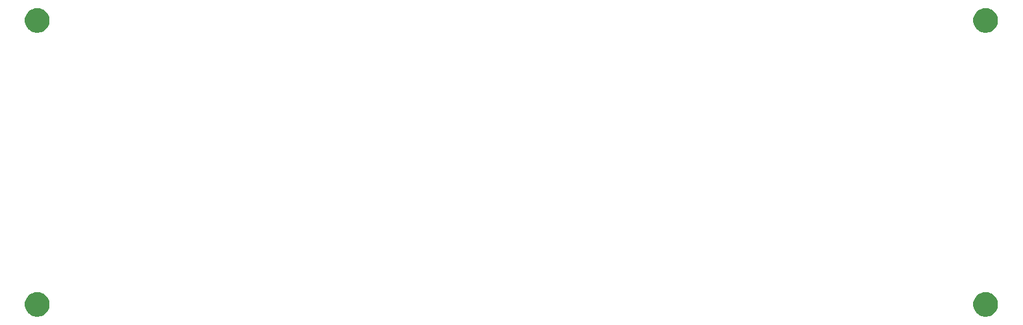
<source format=gbs>
G04 #@! TF.GenerationSoftware,KiCad,Pcbnew,(5.1.2-1)-1*
G04 #@! TF.CreationDate,2023-07-30T19:34:21+02:00*
G04 #@! TF.ProjectId,overlay5x8,6f766572-6c61-4793-9578-382e6b696361,rev?*
G04 #@! TF.SameCoordinates,Original*
G04 #@! TF.FileFunction,Soldermask,Bot*
G04 #@! TF.FilePolarity,Negative*
%FSLAX46Y46*%
G04 Gerber Fmt 4.6, Leading zero omitted, Abs format (unit mm)*
G04 Created by KiCad (PCBNEW (5.1.2-1)-1) date 2023-07-30 19:34:21*
%MOMM*%
%LPD*%
G04 APERTURE LIST*
%ADD10C,0.150000*%
G04 APERTURE END LIST*
D10*
G36*
X169285256Y-124121298D02*
G01*
X169391579Y-124142447D01*
X169692042Y-124266903D01*
X169962451Y-124447585D01*
X170192415Y-124677549D01*
X170373097Y-124947958D01*
X170497553Y-125248421D01*
X170561000Y-125567391D01*
X170561000Y-125892609D01*
X170497553Y-126211579D01*
X170373097Y-126512042D01*
X170192415Y-126782451D01*
X169962451Y-127012415D01*
X169692042Y-127193097D01*
X169391579Y-127317553D01*
X169285256Y-127338702D01*
X169072611Y-127381000D01*
X168747389Y-127381000D01*
X168534744Y-127338702D01*
X168428421Y-127317553D01*
X168127958Y-127193097D01*
X167857549Y-127012415D01*
X167627585Y-126782451D01*
X167446903Y-126512042D01*
X167322447Y-126211579D01*
X167259000Y-125892609D01*
X167259000Y-125567391D01*
X167322447Y-125248421D01*
X167446903Y-124947958D01*
X167627585Y-124677549D01*
X167857549Y-124447585D01*
X168127958Y-124266903D01*
X168428421Y-124142447D01*
X168534744Y-124121298D01*
X168747389Y-124079000D01*
X169072611Y-124079000D01*
X169285256Y-124121298D01*
X169285256Y-124121298D01*
G37*
G36*
X42285256Y-124121298D02*
G01*
X42391579Y-124142447D01*
X42692042Y-124266903D01*
X42962451Y-124447585D01*
X43192415Y-124677549D01*
X43373097Y-124947958D01*
X43497553Y-125248421D01*
X43561000Y-125567391D01*
X43561000Y-125892609D01*
X43497553Y-126211579D01*
X43373097Y-126512042D01*
X43192415Y-126782451D01*
X42962451Y-127012415D01*
X42692042Y-127193097D01*
X42391579Y-127317553D01*
X42285256Y-127338702D01*
X42072611Y-127381000D01*
X41747389Y-127381000D01*
X41534744Y-127338702D01*
X41428421Y-127317553D01*
X41127958Y-127193097D01*
X40857549Y-127012415D01*
X40627585Y-126782451D01*
X40446903Y-126512042D01*
X40322447Y-126211579D01*
X40259000Y-125892609D01*
X40259000Y-125567391D01*
X40322447Y-125248421D01*
X40446903Y-124947958D01*
X40627585Y-124677549D01*
X40857549Y-124447585D01*
X41127958Y-124266903D01*
X41428421Y-124142447D01*
X41534744Y-124121298D01*
X41747389Y-124079000D01*
X42072611Y-124079000D01*
X42285256Y-124121298D01*
X42285256Y-124121298D01*
G37*
G36*
X169285256Y-86021298D02*
G01*
X169391579Y-86042447D01*
X169692042Y-86166903D01*
X169962451Y-86347585D01*
X170192415Y-86577549D01*
X170373097Y-86847958D01*
X170497553Y-87148421D01*
X170561000Y-87467391D01*
X170561000Y-87792609D01*
X170497553Y-88111579D01*
X170373097Y-88412042D01*
X170192415Y-88682451D01*
X169962451Y-88912415D01*
X169692042Y-89093097D01*
X169391579Y-89217553D01*
X169285256Y-89238702D01*
X169072611Y-89281000D01*
X168747389Y-89281000D01*
X168534744Y-89238702D01*
X168428421Y-89217553D01*
X168127958Y-89093097D01*
X167857549Y-88912415D01*
X167627585Y-88682451D01*
X167446903Y-88412042D01*
X167322447Y-88111579D01*
X167259000Y-87792609D01*
X167259000Y-87467391D01*
X167322447Y-87148421D01*
X167446903Y-86847958D01*
X167627585Y-86577549D01*
X167857549Y-86347585D01*
X168127958Y-86166903D01*
X168428421Y-86042447D01*
X168534744Y-86021298D01*
X168747389Y-85979000D01*
X169072611Y-85979000D01*
X169285256Y-86021298D01*
X169285256Y-86021298D01*
G37*
G36*
X42285256Y-86021298D02*
G01*
X42391579Y-86042447D01*
X42692042Y-86166903D01*
X42962451Y-86347585D01*
X43192415Y-86577549D01*
X43373097Y-86847958D01*
X43497553Y-87148421D01*
X43561000Y-87467391D01*
X43561000Y-87792609D01*
X43497553Y-88111579D01*
X43373097Y-88412042D01*
X43192415Y-88682451D01*
X42962451Y-88912415D01*
X42692042Y-89093097D01*
X42391579Y-89217553D01*
X42285256Y-89238702D01*
X42072611Y-89281000D01*
X41747389Y-89281000D01*
X41534744Y-89238702D01*
X41428421Y-89217553D01*
X41127958Y-89093097D01*
X40857549Y-88912415D01*
X40627585Y-88682451D01*
X40446903Y-88412042D01*
X40322447Y-88111579D01*
X40259000Y-87792609D01*
X40259000Y-87467391D01*
X40322447Y-87148421D01*
X40446903Y-86847958D01*
X40627585Y-86577549D01*
X40857549Y-86347585D01*
X41127958Y-86166903D01*
X41428421Y-86042447D01*
X41534744Y-86021298D01*
X41747389Y-85979000D01*
X42072611Y-85979000D01*
X42285256Y-86021298D01*
X42285256Y-86021298D01*
G37*
M02*

</source>
